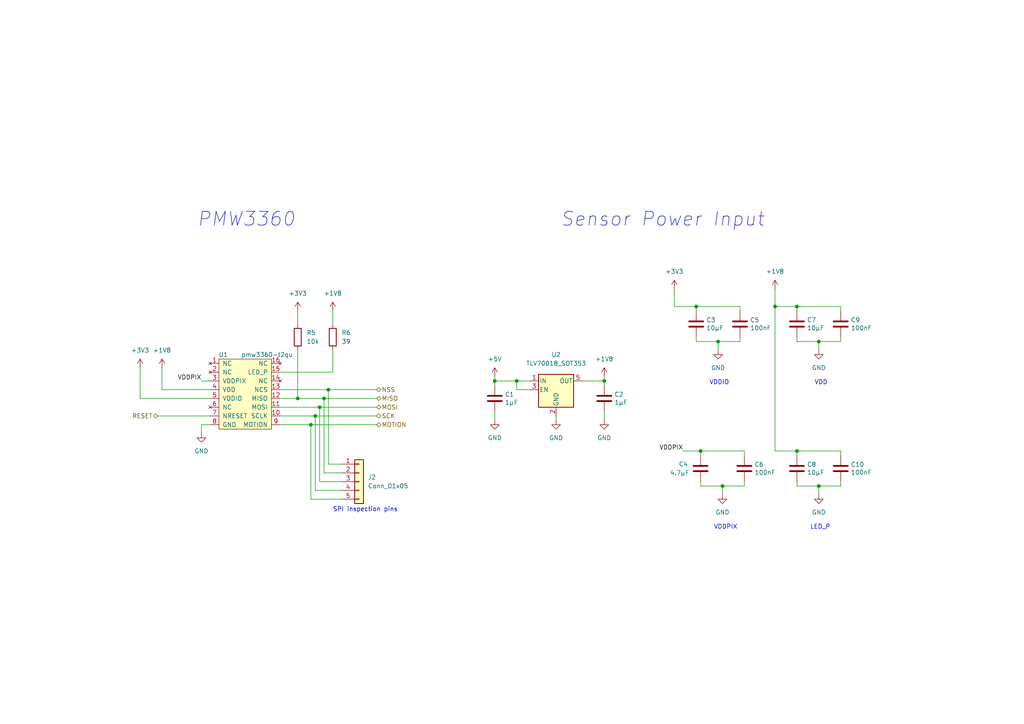
<source format=kicad_sch>
(kicad_sch (version 20211123) (generator eeschema)
  (paper "A4")
  (lib_symbols
    (symbol "Connector_Generic:Conn_01x05" (pin_names (offset 1.016) hide)
      (property "Reference" "J" (at 0 7.62 0))
      (property "Value" "Conn_01x05" (at 0 -7.62 0))
      (symbol "Conn_01x05_1_1"
        (rectangle (start -1.27 -4.953) (end 0 -5.207) (stroke (width 0.1524)))
        (rectangle (start -1.27 -2.413) (end 0 -2.667) (stroke (width 0.1524)))
        (rectangle (start -1.27 0.127) (end 0 -0.127) (stroke (width 0.1524)))
        (rectangle (start -1.27 2.667) (end 0 2.413) (stroke (width 0.1524)))
        (rectangle (start -1.27 5.207) (end 0 4.953) (stroke (width 0.1524)))
        (rectangle (start -1.27 6.35) (end 1.27 -6.35) (stroke (width 0.254)) (fill (type background)))
        (pin passive line (at -5.08 5.08 0) (length 3.81) (name "Pin_1") (number "1"))
        (pin passive line (at -5.08 2.54 0) (length 3.81) (name "Pin_2") (number "2"))
        (pin passive line (at -5.08 0 0) (length 3.81) (name "Pin_3") (number "3"))
        (pin passive line (at -5.08 -2.54 0) (length 3.81) (name "Pin_4") (number "4"))
        (pin passive line (at -5.08 -5.08 0) (length 3.81) (name "Pin_5") (number "5"))
      )
    )
    (symbol "Device:C" (pin_numbers hide) (pin_names (offset 0.254))
      (property "Reference" "C" (at 0.635 2.54 0))
      (property "Value" "C" (at 0.635 -2.54 0))
      (symbol "C_0_1"
        (polyline (pts (xy -2.032 -0.762) (xy 2.032 -0.762)) (stroke (width 0.508)))
        (polyline (pts (xy -2.032 0.762) (xy 2.032 0.762)) (stroke (width 0.508)))
      )
      (symbol "C_1_1"
        (pin passive line (at 0 3.81 270) (length 2.794) (name "~") (number "1"))
        (pin passive line (at 0 -3.81 90) (length 2.794) (name "~") (number "2"))
      )
    )
    (symbol "Device:R" (pin_numbers hide) (pin_names (offset 0))
      (property "Reference" "R" (at 2.032 0 90))
      (property "Value" "R" (at 0 0 90))
      (symbol "R_0_1"
        (rectangle (start -1.016 -2.54) (end 1.016 2.54) (stroke (width 0.254)))
      )
      (symbol "R_1_1"
        (pin passive line (at 0 3.81 270) (length 1.27) (name "~") (number "1"))
        (pin passive line (at 0 -3.81 90) (length 1.27) (name "~") (number "2"))
      )
    )
    (symbol "Regulator_Linear:TLV70018_SOT353" (pin_names (offset 0.254))
      (property "Reference" "U" (at -3.81 5.715 0))
      (property "Value" "TLV70018_SOT353" (at 0 5.715 0))
      (symbol "TLV70018_SOT353_0_1"
        (rectangle (start -5.08 4.445) (end 5.08 -5.08) (stroke (width 0.254)) (fill (type background)))
      )
      (symbol "TLV70018_SOT353_1_1"
        (pin power_in line (at -7.62 2.54 0) (length 2.54) (name "IN") (number "1"))
        (pin power_in line (at 0 -7.62 90) (length 2.54) (name "GND") (number "2"))
        (pin input line (at -7.62 0 0) (length 2.54) (name "EN") (number "3"))
        (pin no_connect line (at 5.08 0 180) (length 2.54) hide (name "NC") (number "4"))
        (pin power_out line (at 7.62 2.54 180) (length 2.54) (name "OUT") (number "5"))
      )
    )
    (symbol "mouse:pmw3360-t2qu" (pin_names (offset 1.016))
      (property "Reference" "U" (at 0 13.97 0))
      (property "Value" "pmw3360-t2qu" (at 0 11.43 0))
      (property "Footprint" "mouse:pmw3360-t2qu" (at 0 -11.43 0))
      (symbol "pmw3360-t2qu_0_1"
        (rectangle (start -7.62 10.16) (end 7.62 -10.16) (fill (type background)))
      )
      (symbol "pmw3360-t2qu_1_1"
        (pin no_connect line (at -10.16 8.89 0) (length 2.54) (name "NC") (number "1"))
        (pin input line (at 10.16 -6.35 180) (length 2.54) (name "SCLK") (number "10"))
        (pin input line (at 10.16 -3.81 180) (length 2.54) (name "MOSI") (number "11"))
        (pin output line (at 10.16 -1.27 180) (length 2.54) (name "MISO") (number "12"))
        (pin input line (at 10.16 1.27 180) (length 2.54) (name "NCS") (number "13"))
        (pin no_connect line (at 10.16 3.81 180) (length 2.54) (name "NC") (number "14"))
        (pin input line (at 10.16 6.35 180) (length 2.54) (name "LED_P") (number "15"))
        (pin no_connect line (at 10.16 8.89 180) (length 2.54) (name "NC") (number "16"))
        (pin no_connect line (at -10.16 6.35 0) (length 2.54) (name "NC") (number "2"))
        (pin power_out line (at -10.16 3.81 0) (length 2.54) (name "VDDPIX") (number "3"))
        (pin power_in line (at -10.16 1.27 0) (length 2.54) (name "VDD") (number "4"))
        (pin power_in line (at -10.16 -1.27 0) (length 2.54) (name "VDDIO") (number "5"))
        (pin no_connect line (at -10.16 -3.81 0) (length 2.54) (name "NC") (number "6"))
        (pin input line (at -10.16 -6.35 0) (length 2.54) (name "NRESET") (number "7"))
        (pin power_in line (at -10.16 -8.89 0) (length 2.54) (name "GND") (number "8"))
        (pin output line (at 10.16 -8.89 180) (length 2.54) (name "MOTION") (number "9"))
      )
    )
    (symbol "power:+1V8" (power) (pin_names (offset 0))
      (property "Value" "+1V8" (at 0 3.556 0))
      (symbol "+1V8_0_1"
        (polyline (pts (xy -0.762 1.27) (xy 0 2.54)))
        (polyline (pts (xy 0 0) (xy 0 2.54)))
        (polyline (pts (xy 0 2.54) (xy 0.762 1.27)))
      )
      (symbol "+1V8_1_1"
        (pin power_in line (at 0 0 90) (length 0) hide (name "+1V8") (number "1"))
      )
    )
    (symbol "power:+3V3" (power) (pin_names (offset 0))
      (property "Value" "+3V3" (at 0 3.556 0))
      (symbol "+3V3_0_1"
        (polyline (pts (xy -0.762 1.27) (xy 0 2.54)))
        (polyline (pts (xy 0 0) (xy 0 2.54)))
        (polyline (pts (xy 0 2.54) (xy 0.762 1.27)))
      )
      (symbol "+3V3_1_1"
        (pin power_in line (at 0 0 90) (length 0) hide (name "+3V3") (number "1"))
      )
    )
    (symbol "power:+5V" (power) (pin_names (offset 0))
      (property "Value" "+5V" (at 0 3.556 0))
      (symbol "+5V_0_1"
        (polyline (pts (xy -0.762 1.27) (xy 0 2.54)))
        (polyline (pts (xy 0 0) (xy 0 2.54)))
        (polyline (pts (xy 0 2.54) (xy 0.762 1.27)))
      )
      (symbol "+5V_1_1"
        (pin power_in line (at 0 0 90) (length 0) hide (name "+5V") (number "1"))
      )
    )
    (symbol "power:GND" (power) (pin_names (offset 0))
      (property "Value" "GND" (at 0 -3.81 0))
      (symbol "GND_0_1"
        (polyline (pts (xy 0 0) (xy 0 -1.27) (xy 1.27 -1.27) (xy 0 -2.54) (xy -1.27 -1.27) (xy 0 -1.27)))
      )
      (symbol "GND_1_1"
        (pin power_in line (at 0 0 270) (length 0) hide (name "GND") (number "1"))
      )
    )
  )
  (junction (at 224.79 88.9))
  (junction (at 209.55 140.97))
  (junction (at 237.49 99.06))
  (junction (at 149.86 110.49))
  (junction (at 237.49 140.97))
  (junction (at 93.98 115.57))
  (junction (at 208.28 99.06))
  (junction (at 175.26 110.49))
  (junction (at 231.14 88.9))
  (junction (at 86.36 115.57))
  (junction (at 90.17 123.19))
  (junction (at 201.93 88.9))
  (junction (at 92.71 118.11))
  (junction (at 95.25 113.03))
  (junction (at 231.14 130.81))
  (junction (at 203.2 130.81))
  (junction (at 143.51 110.49))
  (junction (at 91.44 120.65))
  (wire (pts (xy 92.71 118.11) (xy 92.71 139.7)))
  (wire (pts (xy 231.14 90.17) (xy 231.14 88.9)))
  (wire (pts (xy 58.42 110.49) (xy 60.96 110.49)))
  (wire (pts (xy 60.96 123.19) (xy 58.42 123.19)))
  (wire (pts (xy 231.14 132.08) (xy 231.14 130.81)))
  (wire (pts (xy 243.84 139.7) (xy 243.84 140.97)))
  (wire (pts (xy 231.14 99.06) (xy 237.49 99.06)))
  (wire (pts (xy 237.49 140.97) (xy 237.49 143.51)))
  (wire (pts (xy 237.49 99.06) (xy 243.84 99.06)))
  (wire (pts (xy 91.44 120.65) (xy 109.22 120.65)))
  (wire (pts (xy 203.2 140.97) (xy 209.55 140.97)))
  (wire (pts (xy 40.64 115.57) (xy 60.96 115.57)))
  (wire (pts (xy 93.98 115.57) (xy 109.22 115.57)))
  (wire (pts (xy 86.36 115.57) (xy 81.28 115.57)))
  (wire (pts (xy 215.9 139.7) (xy 215.9 140.97)))
  (wire (pts (xy 175.26 110.49) (xy 175.26 109.22)))
  (wire (pts (xy 195.58 88.9) (xy 201.93 88.9)))
  (wire (pts (xy 209.55 140.97) (xy 209.55 143.51)))
  (wire (pts (xy 99.06 134.62) (xy 95.25 134.62)))
  (wire (pts (xy 161.29 120.65) (xy 161.29 121.92)))
  (wire (pts (xy 45.72 120.65) (xy 60.96 120.65)))
  (wire (pts (xy 149.86 110.49) (xy 153.67 110.49)))
  (wire (pts (xy 168.91 110.49) (xy 175.26 110.49)))
  (wire (pts (xy 91.44 120.65) (xy 91.44 142.24)))
  (wire (pts (xy 231.14 97.79) (xy 231.14 99.06)))
  (wire (pts (xy 46.99 106.68) (xy 46.99 113.03)))
  (wire (pts (xy 86.36 101.6) (xy 86.36 115.57)))
  (wire (pts (xy 86.36 115.57) (xy 93.98 115.57)))
  (wire (pts (xy 90.17 123.19) (xy 109.22 123.19)))
  (wire (pts (xy 96.52 90.17) (xy 96.52 93.98)))
  (wire (pts (xy 81.28 123.19) (xy 90.17 123.19)))
  (wire (pts (xy 81.28 113.03) (xy 95.25 113.03)))
  (wire (pts (xy 203.2 132.08) (xy 203.2 130.81)))
  (wire (pts (xy 99.06 137.16) (xy 93.98 137.16)))
  (wire (pts (xy 208.28 99.06) (xy 214.63 99.06)))
  (wire (pts (xy 203.2 139.7) (xy 203.2 140.97)))
  (wire (pts (xy 143.51 110.49) (xy 143.51 111.76)))
  (wire (pts (xy 243.84 88.9) (xy 243.84 90.17)))
  (wire (pts (xy 81.28 120.65) (xy 91.44 120.65)))
  (wire (pts (xy 243.84 97.79) (xy 243.84 99.06)))
  (wire (pts (xy 237.49 99.06) (xy 237.49 101.6)))
  (wire (pts (xy 195.58 83.82) (xy 195.58 88.9)))
  (wire (pts (xy 201.93 90.17) (xy 201.93 88.9)))
  (wire (pts (xy 86.36 90.17) (xy 86.36 93.98)))
  (wire (pts (xy 58.42 123.19) (xy 58.42 125.73)))
  (wire (pts (xy 231.14 88.9) (xy 243.84 88.9)))
  (wire (pts (xy 203.2 130.81) (xy 215.9 130.81)))
  (wire (pts (xy 96.52 107.95) (xy 81.28 107.95)))
  (wire (pts (xy 231.14 130.81) (xy 243.84 130.81)))
  (wire (pts (xy 93.98 115.57) (xy 93.98 137.16)))
  (wire (pts (xy 143.51 109.22) (xy 143.51 110.49)))
  (wire (pts (xy 81.28 118.11) (xy 92.71 118.11)))
  (wire (pts (xy 175.26 119.38) (xy 175.26 121.92)))
  (wire (pts (xy 214.63 97.79) (xy 214.63 99.06)))
  (wire (pts (xy 198.12 130.81) (xy 203.2 130.81)))
  (wire (pts (xy 46.99 113.03) (xy 60.96 113.03)))
  (wire (pts (xy 175.26 110.49) (xy 175.26 111.76)))
  (wire (pts (xy 40.64 106.68) (xy 40.64 115.57)))
  (wire (pts (xy 209.55 140.97) (xy 215.9 140.97)))
  (wire (pts (xy 99.06 139.7) (xy 92.71 139.7)))
  (wire (pts (xy 201.93 99.06) (xy 208.28 99.06)))
  (wire (pts (xy 201.93 88.9) (xy 214.63 88.9)))
  (wire (pts (xy 231.14 140.97) (xy 237.49 140.97)))
  (wire (pts (xy 95.25 113.03) (xy 109.22 113.03)))
  (wire (pts (xy 143.51 119.38) (xy 143.51 121.92)))
  (wire (pts (xy 201.93 97.79) (xy 201.93 99.06)))
  (wire (pts (xy 224.79 83.82) (xy 224.79 88.9)))
  (wire (pts (xy 214.63 88.9) (xy 214.63 90.17)))
  (wire (pts (xy 224.79 88.9) (xy 224.79 130.81)))
  (wire (pts (xy 90.17 144.78) (xy 99.06 144.78)))
  (wire (pts (xy 96.52 101.6) (xy 96.52 107.95)))
  (wire (pts (xy 208.28 99.06) (xy 208.28 101.6)))
  (wire (pts (xy 224.79 130.81) (xy 231.14 130.81)))
  (wire (pts (xy 243.84 130.81) (xy 243.84 132.08)))
  (wire (pts (xy 215.9 130.81) (xy 215.9 132.08)))
  (wire (pts (xy 92.71 118.11) (xy 109.22 118.11)))
  (wire (pts (xy 90.17 123.19) (xy 90.17 144.78)))
  (wire (pts (xy 237.49 140.97) (xy 243.84 140.97)))
  (wire (pts (xy 99.06 142.24) (xy 91.44 142.24)))
  (wire (pts (xy 143.51 110.49) (xy 149.86 110.49)))
  (wire (pts (xy 231.14 139.7) (xy 231.14 140.97)))
  (wire (pts (xy 149.86 110.49) (xy 149.86 113.03)))
  (wire (pts (xy 224.79 88.9) (xy 231.14 88.9)))
  (wire (pts (xy 95.25 113.03) (xy 95.25 134.62)))
  (wire (pts (xy 153.67 113.03) (xy 149.86 113.03)))
  (text "VDDIO" (at 205.74 111.76 0) (effects (font (size 1.27 1.27)) (justify left bottom)))
  (text "VDD" (at 236.22 111.76 0) (effects (font (size 1.27 1.27)) (justify left bottom)))
  (text "SPI inspection pins" (at 96.52 148.59 0) (effects (font (size 1.27 1.27)) (justify left bottom)))
  (text "Sensor Power Input" (at 162.56 66.04 0) (effects (font (size 4 4) italic) (justify left bottom)))
  (text "LED_P" (at 234.95 153.67 0) (effects (font (size 1.27 1.27)) (justify left bottom)))
  (text "VDDPIX" (at 207.01 153.67 0) (effects (font (size 1.27 1.27)) (justify left bottom)))
  (text "PMW3360" (at 57.15 66.04 0) (effects (font (size 4 4) italic) (justify left bottom)))
  (label "VDDPIX" (at 58.42 110.49 180))
  (label "VDDPIX" (at 198.12 130.81 180))
  (hierarchical_label "MISO" (shape bidirectional) (at 109.22 115.57 0))
  (hierarchical_label "MOTION" (shape bidirectional) (at 109.22 123.19 0))
  (hierarchical_label "RESET" (shape bidirectional) (at 45.72 120.65 180))
  (hierarchical_label "SCK" (shape bidirectional) (at 109.22 120.65 0))
  (hierarchical_label "NSS" (shape bidirectional) (at 109.22 113.03 0))
  (hierarchical_label "MOSI" (shape bidirectional) (at 109.22 118.11 0))
  (symbol (lib_id "power:GND") (at 208.28 101.6 0) (unit 1)
    (property "Reference" "#PWR017" (effects hide))
    (property "Value" "GND" (at 208.28 106.68 0))
  )
  (symbol (lib_id "Device:C") (at 214.63 93.98 0) (unit 1)
    (property "Reference" "C5" (at 217.551 92.8116 0) (effects (justify left)))
    (property "Value" "100nF" (at 217.551 95.123 0) (effects (justify left)))
    (property "Footprint" "Capacitor_SMD:C_0603_1608Metric" (effects hide))
    (property "LCSC" "C14663" (effects hide))
  )
  (symbol (lib_id "Regulator_Linear:TLV70018_SOT353") (at 161.29 113.03 0) (unit 1)
    (property "Reference" "U2" (at 161.29 102.87 0))
    (property "Value" "TLV70018_SOT353" (at 161.29 105.41 0))
    (property "Footprint" "Package_TO_SOT_SMD:SOT-353_SC-70-5" (effects hide))
    (property "Footprint" "Package_TO_SOT_SMD:SOT-353_SC-70-5" (effects hide))
    (property "LCSC" "C133796" (effects hide))
    (property "Reference" "U2" (effects hide))
    (property "Value" "TLV70018_SOT353" (effects hide))
  )
  (symbol (lib_id "Device:C") (at 231.14 93.98 0) (unit 1)
    (property "Reference" "C7" (at 234.061 92.8116 0) (effects (justify left)))
    (property "Value" "10μF" (at 234.061 95.123 0) (effects (justify left)))
    (property "Footprint" "Capacitor_SMD:C_0603_1608Metric" (effects hide))
    (property "LCSC" "C19702" (effects hide))
  )
  (symbol (lib_id "power:GND") (at 161.29 121.92 0) (unit 1)
    (property "Reference" "#PWR013" (effects hide))
    (property "Value" "GND" (at 161.29 127 0))
  )
  (symbol (lib_id "power:+1V8") (at 175.26 109.22 0) (unit 1)
    (property "Reference" "#PWR014" (effects hide))
    (property "Value" "+1V8" (at 175.26 104.14 0))
  )
  (symbol (lib_id "Device:C") (at 243.84 135.89 0) (unit 1)
    (property "Reference" "C10" (at 246.761 134.7216 0) (effects (justify left)))
    (property "Value" "100nF" (at 246.761 137.033 0) (effects (justify left)))
    (property "Footprint" "Capacitor_SMD:C_0603_1608Metric" (effects hide))
    (property "LCSC" "C14663" (effects hide))
  )
  (symbol (lib_id "power:+3V3") (at 195.58 83.82 0) (unit 1)
    (property "Reference" "#PWR016" (effects hide))
    (property "Value" "+3V3" (at 195.58 78.74 0))
  )
  (symbol (lib_id "Device:R") (at 96.52 97.79 0) (unit 1)
    (property "Reference" "R6" (at 99.06 96.5199 0) (effects (justify left)))
    (property "Value" "39" (at 99.06 99.0599 0) (effects (justify left)))
    (property "Footprint" "Resistor_SMD:R_0603_1608Metric" (effects hide))
    (property "LCSC" "C227890" (effects hide))
  )
  (symbol (lib_id "Device:C") (at 201.93 93.98 0) (unit 1)
    (property "Reference" "C3" (at 204.851 92.8116 0) (effects (justify left)))
    (property "Value" "10μF" (at 204.851 95.123 0) (effects (justify left)))
    (property "Footprint" "Capacitor_SMD:C_0603_1608Metric" (effects hide))
    (property "LCSC" "C19702" (effects hide))
  )
  (symbol (lib_id "power:+5V") (at 143.51 109.22 0) (unit 1)
    (property "Reference" "#PWR011" (effects hide))
    (property "Value" "+5V" (at 143.51 104.14 0))
  )
  (symbol (lib_id "Connector_Generic:Conn_01x05") (at 104.14 139.7 0) (unit 1)
    (property "Reference" "J2" (at 106.68 138.4299 0) (effects (justify left)))
    (property "Value" "Conn_01x05" (at 106.68 140.9699 0) (effects (justify left)))
    (property "Footprint" "Connector_PinSocket_2.54mm:PinSocket_1x05_P2.54mm_Vertical" (effects hide))
  )
  (symbol (lib_id "power:GND") (at 58.42 125.73 0) (unit 1)
    (property "Reference" "#PWR08" (effects hide))
    (property "Value" "GND" (at 58.42 130.81 0))
  )
  (symbol (lib_id "mouse:pmw3360-t2qu") (at 71.12 114.3 0) (unit 1)
    (property "Reference" "U1" (at 64.77 102.87 0))
    (property "Value" "pmw3360-t2qu" (at 77.47 102.87 0))
    (property "Footprint" "mouse:pmw3360-t2qu" (effects hide))
  )
  (symbol (lib_id "power:GND") (at 237.49 101.6 0) (unit 1)
    (property "Reference" "#PWR020" (effects hide))
    (property "Value" "GND" (at 237.49 106.68 0))
  )
  (symbol (lib_id "Device:C") (at 231.14 135.89 0) (unit 1)
    (property "Reference" "C8" (at 234.061 134.7216 0) (effects (justify left)))
    (property "Value" "10μF" (at 234.061 137.033 0) (effects (justify left)))
    (property "Footprint" "Capacitor_SMD:C_0603_1608Metric" (effects hide))
    (property "LCSC" "C19702" (effects hide))
  )
  (symbol (lib_id "power:GND") (at 209.55 143.51 0) (unit 1)
    (property "Reference" "#PWR018" (effects hide))
    (property "Value" "GND" (at 209.55 148.59 0))
  )
  (symbol (lib_id "power:GND") (at 237.49 143.51 0) (unit 1)
    (property "Reference" "#PWR021" (effects hide))
    (property "Value" "GND" (at 237.49 148.59 0))
  )
  (symbol (lib_id "Device:C") (at 175.26 115.57 0) (unit 1)
    (property "Reference" "C2" (at 178.181 114.4016 0) (effects (justify left)))
    (property "Value" "1μF" (at 178.181 116.713 0) (effects (justify left)))
    (property "Footprint" "Capacitor_SMD:C_0603_1608Metric" (effects hide))
    (property "LCSC" "C15849" (effects hide))
  )
  (symbol (lib_id "power:+3V3") (at 40.64 106.68 0) (unit 1)
    (property "Reference" "#PWR06" (effects hide))
    (property "Value" "+3V3" (at 40.64 101.6 0))
  )
  (symbol (lib_id "Device:C") (at 215.9 135.89 0) (unit 1)
    (property "Reference" "C6" (at 218.821 134.7216 0) (effects (justify left)))
    (property "Value" "100nF" (at 218.821 137.033 0) (effects (justify left)))
    (property "Footprint" "Capacitor_SMD:C_0603_1608Metric" (effects hide))
    (property "LCSC" "C14663" (effects hide))
  )
  (symbol (lib_id "Device:R") (at 86.36 97.79 0) (unit 1)
    (property "Reference" "R5" (at 88.9 96.5199 0) (effects (justify left)))
    (property "Value" "10k" (at 88.9 99.0599 0) (effects (justify left)))
    (property "Footprint" "Resistor_SMD:R_0603_1608Metric" (effects hide))
    (property "LCSC" "C25804" (effects hide))
  )
  (symbol (lib_id "Device:C") (at 243.84 93.98 0) (unit 1)
    (property "Reference" "C9" (at 246.761 92.8116 0) (effects (justify left)))
    (property "Value" "100nF" (at 246.761 95.123 0) (effects (justify left)))
    (property "Footprint" "Capacitor_SMD:C_0603_1608Metric" (effects hide))
    (property "LCSC" "C14663" (effects hide))
  )
  (symbol (lib_id "Device:C") (at 203.2 135.89 0) (unit 1)
    (property "Reference" "C4" (at 196.85 134.62 0) (effects (justify left)))
    (property "Value" "4.7μF" (at 194.31 137.16 0) (effects (justify left)))
    (property "Footprint" "Capacitor_SMD:C_0603_1608Metric" (effects hide))
    (property "LCSC" "C19666" (effects hide))
  )
  (symbol (lib_id "power:+3V3") (at 86.36 90.17 0) (unit 1)
    (property "Reference" "#PWR09" (effects hide))
    (property "Value" "+3V3" (at 86.36 85.09 0))
  )
  (symbol (lib_id "Device:C") (at 143.51 115.57 0) (unit 1)
    (property "Reference" "C1" (at 146.431 114.4016 0) (effects (justify left)))
    (property "Value" "1μF" (at 146.431 116.713 0) (effects (justify left)))
    (property "Footprint" "Capacitor_SMD:C_0603_1608Metric" (effects hide))
    (property "LCSC" "C15849" (effects hide))
  )
  (symbol (lib_id "power:+1V8") (at 96.52 90.17 0) (unit 1)
    (property "Reference" "#PWR010" (effects hide))
    (property "Value" "+1V8" (at 96.52 85.09 0))
  )
  (symbol (lib_id "power:+1V8") (at 46.99 106.68 0) (unit 1)
    (property "Reference" "#PWR07" (effects hide))
    (property "Value" "+1V8" (at 46.99 101.6 0))
  )
  (symbol (lib_id "power:GND") (at 175.26 121.92 0) (unit 1)
    (property "Reference" "#PWR015" (effects hide))
    (property "Value" "GND" (at 175.26 127 0))
  )
  (symbol (lib_id "power:GND") (at 143.51 121.92 0) (unit 1)
    (property "Reference" "#PWR012" (effects hide))
    (property "Value" "GND" (at 143.51 127 0))
  )
  (symbol (lib_id "power:+1V8") (at 224.79 83.82 0) (unit 1)
    (property "Reference" "#PWR019" (effects hide))
    (property "Value" "+1V8" (at 224.79 78.74 0))
  )
)
</source>
